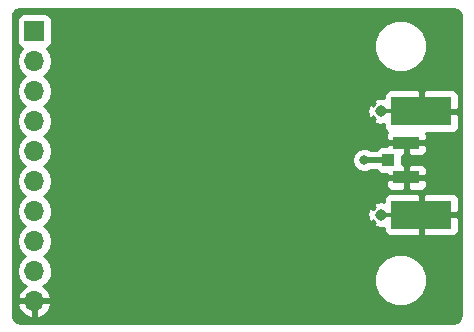
<source format=gbr>
%TF.GenerationSoftware,KiCad,Pcbnew,(5.0.0)*%
%TF.CreationDate,2018-09-19T17:34:28+03:00*%
%TF.ProjectId,lora1276Breakout,6C6F726131323736427265616B6F7574,1.0*%
%TF.SameCoordinates,Original*%
%TF.FileFunction,Copper,L2,Bot,Signal*%
%TF.FilePolarity,Positive*%
%FSLAX46Y46*%
G04 Gerber Fmt 4.6, Leading zero omitted, Abs format (unit mm)*
G04 Created by KiCad (PCBNEW (5.0.0)) date 09/19/18 17:34:28*
%MOMM*%
%LPD*%
G01*
G04 APERTURE LIST*
%ADD10R,5.080000X2.420000*%
%ADD11C,0.970000*%
%ADD12R,0.950000X0.460000*%
%ADD13R,1.700000X1.700000*%
%ADD14O,1.700000X1.700000*%
%ADD15R,2.200000X1.050000*%
%ADD16R,1.050000X1.000000*%
%ADD17C,0.800000*%
%ADD18C,0.500000*%
%ADD19C,0.254000*%
G04 APERTURE END LIST*
D10*
X175006000Y-98106000D03*
X175006000Y-89346000D03*
D11*
X171566000Y-98106000D03*
X171566000Y-89346000D03*
D12*
X172016000Y-98106000D03*
X172016000Y-89346000D03*
D13*
X142240000Y-82550000D03*
D14*
X142240000Y-85090000D03*
X142240000Y-87630000D03*
X142240000Y-90170000D03*
X142240000Y-92710000D03*
X142240000Y-95250000D03*
X142240000Y-97790000D03*
X142240000Y-100330000D03*
X142240000Y-102870000D03*
X142240000Y-105410000D03*
D15*
X173737000Y-91997000D03*
D16*
X172212000Y-93472000D03*
D15*
X173737000Y-94947000D03*
D17*
X148590000Y-85090000D03*
X171566000Y-89346000D03*
X171566000Y-98106000D03*
X168656000Y-88900000D03*
X170180000Y-93472000D03*
D18*
X170180000Y-93472000D02*
X172212000Y-93472000D01*
D19*
G36*
X177987787Y-80764065D02*
X178152920Y-80859405D01*
X178275488Y-81005477D01*
X178351555Y-81214465D01*
X178360000Y-81310996D01*
X178360001Y-105340074D01*
X178360000Y-106617880D01*
X178315935Y-106867787D01*
X178220596Y-107032919D01*
X178074524Y-107155488D01*
X177865532Y-107231555D01*
X177769004Y-107240000D01*
X141032119Y-107240000D01*
X140782213Y-107195935D01*
X140617081Y-107100596D01*
X140494512Y-106954524D01*
X140418445Y-106745532D01*
X140410000Y-106649004D01*
X140410000Y-105766890D01*
X140798524Y-105766890D01*
X140968355Y-106176924D01*
X141358642Y-106605183D01*
X141883108Y-106851486D01*
X142113000Y-106730819D01*
X142113000Y-105537000D01*
X142367000Y-105537000D01*
X142367000Y-106730819D01*
X142596892Y-106851486D01*
X143121358Y-106605183D01*
X143511645Y-106176924D01*
X143681476Y-105766890D01*
X143560155Y-105537000D01*
X142367000Y-105537000D01*
X142113000Y-105537000D01*
X140919845Y-105537000D01*
X140798524Y-105766890D01*
X140410000Y-105766890D01*
X140410000Y-85090000D01*
X140725908Y-85090000D01*
X140841161Y-85669418D01*
X141169375Y-86160625D01*
X141467761Y-86360000D01*
X141169375Y-86559375D01*
X140841161Y-87050582D01*
X140725908Y-87630000D01*
X140841161Y-88209418D01*
X141169375Y-88700625D01*
X141467761Y-88900000D01*
X141169375Y-89099375D01*
X140841161Y-89590582D01*
X140725908Y-90170000D01*
X140841161Y-90749418D01*
X141169375Y-91240625D01*
X141467761Y-91440000D01*
X141169375Y-91639375D01*
X140841161Y-92130582D01*
X140725908Y-92710000D01*
X140841161Y-93289418D01*
X141169375Y-93780625D01*
X141467761Y-93980000D01*
X141169375Y-94179375D01*
X140841161Y-94670582D01*
X140725908Y-95250000D01*
X140841161Y-95829418D01*
X141169375Y-96320625D01*
X141467761Y-96520000D01*
X141169375Y-96719375D01*
X140841161Y-97210582D01*
X140725908Y-97790000D01*
X140841161Y-98369418D01*
X141169375Y-98860625D01*
X141467761Y-99060000D01*
X141169375Y-99259375D01*
X140841161Y-99750582D01*
X140725908Y-100330000D01*
X140841161Y-100909418D01*
X141169375Y-101400625D01*
X141467761Y-101600000D01*
X141169375Y-101799375D01*
X140841161Y-102290582D01*
X140725908Y-102870000D01*
X140841161Y-103449418D01*
X141169375Y-103940625D01*
X141488478Y-104153843D01*
X141358642Y-104214817D01*
X140968355Y-104643076D01*
X140798524Y-105053110D01*
X140919845Y-105283000D01*
X142113000Y-105283000D01*
X142113000Y-105263000D01*
X142367000Y-105263000D01*
X142367000Y-105283000D01*
X143560155Y-105283000D01*
X143681476Y-105053110D01*
X143511645Y-104643076D01*
X143121358Y-104214817D01*
X142991522Y-104153843D01*
X143310625Y-103940625D01*
X143638839Y-103449418D01*
X143690951Y-103187431D01*
X170993000Y-103187431D01*
X170993000Y-104076569D01*
X171333259Y-104898026D01*
X171961974Y-105526741D01*
X172783431Y-105867000D01*
X173672569Y-105867000D01*
X174494026Y-105526741D01*
X175122741Y-104898026D01*
X175463000Y-104076569D01*
X175463000Y-103187431D01*
X175122741Y-102365974D01*
X174494026Y-101737259D01*
X173672569Y-101397000D01*
X172783431Y-101397000D01*
X171961974Y-101737259D01*
X171333259Y-102365974D01*
X170993000Y-103187431D01*
X143690951Y-103187431D01*
X143754092Y-102870000D01*
X143638839Y-102290582D01*
X143310625Y-101799375D01*
X143012239Y-101600000D01*
X143310625Y-101400625D01*
X143638839Y-100909418D01*
X143754092Y-100330000D01*
X143638839Y-99750582D01*
X143310625Y-99259375D01*
X143012239Y-99060000D01*
X143310625Y-98860625D01*
X143638839Y-98369418D01*
X143719369Y-97964564D01*
X170432851Y-97964564D01*
X170464982Y-98408968D01*
X170573232Y-98670308D01*
X170786800Y-98705595D01*
X170942344Y-98550051D01*
X171002673Y-98695699D01*
X171079290Y-98772315D01*
X170966405Y-98885200D01*
X171001692Y-99098768D01*
X171424564Y-99239149D01*
X171831000Y-99209763D01*
X171831000Y-99442310D01*
X171927673Y-99675699D01*
X172106302Y-99854327D01*
X172339691Y-99951000D01*
X174720250Y-99951000D01*
X174879000Y-99792250D01*
X174879000Y-98233000D01*
X175133000Y-98233000D01*
X175133000Y-99792250D01*
X175291750Y-99951000D01*
X177672309Y-99951000D01*
X177905698Y-99854327D01*
X178084327Y-99675699D01*
X178181000Y-99442310D01*
X178181000Y-98391750D01*
X178022250Y-98233000D01*
X175133000Y-98233000D01*
X174879000Y-98233000D01*
X174859000Y-98233000D01*
X174859000Y-97979000D01*
X174879000Y-97979000D01*
X174879000Y-96419750D01*
X175133000Y-96419750D01*
X175133000Y-97979000D01*
X178022250Y-97979000D01*
X178181000Y-97820250D01*
X178181000Y-96769690D01*
X178084327Y-96536301D01*
X177905698Y-96357673D01*
X177672309Y-96261000D01*
X175291750Y-96261000D01*
X175133000Y-96419750D01*
X174879000Y-96419750D01*
X174720250Y-96261000D01*
X172339691Y-96261000D01*
X172106302Y-96357673D01*
X171927673Y-96536301D01*
X171831000Y-96769690D01*
X171831000Y-97013871D01*
X171707436Y-96972851D01*
X171263032Y-97004982D01*
X171001692Y-97113232D01*
X170966405Y-97326800D01*
X171079290Y-97439685D01*
X171002673Y-97516301D01*
X170942344Y-97661949D01*
X170786800Y-97506405D01*
X170573232Y-97541692D01*
X170432851Y-97964564D01*
X143719369Y-97964564D01*
X143754092Y-97790000D01*
X143638839Y-97210582D01*
X143310625Y-96719375D01*
X143012239Y-96520000D01*
X143310625Y-96320625D01*
X143638839Y-95829418D01*
X143754092Y-95250000D01*
X143750661Y-95232750D01*
X172002000Y-95232750D01*
X172002000Y-95598310D01*
X172098673Y-95831699D01*
X172277302Y-96010327D01*
X172510691Y-96107000D01*
X173451250Y-96107000D01*
X173610000Y-95948250D01*
X173610000Y-95074000D01*
X173864000Y-95074000D01*
X173864000Y-95948250D01*
X174022750Y-96107000D01*
X174963309Y-96107000D01*
X175196698Y-96010327D01*
X175375327Y-95831699D01*
X175472000Y-95598310D01*
X175472000Y-95232750D01*
X175313250Y-95074000D01*
X173864000Y-95074000D01*
X173610000Y-95074000D01*
X172160750Y-95074000D01*
X172002000Y-95232750D01*
X143750661Y-95232750D01*
X143638839Y-94670582D01*
X143310625Y-94179375D01*
X143012239Y-93980000D01*
X143310625Y-93780625D01*
X143638839Y-93289418D01*
X143643472Y-93266126D01*
X169145000Y-93266126D01*
X169145000Y-93677874D01*
X169302569Y-94058280D01*
X169593720Y-94349431D01*
X169974126Y-94507000D01*
X170385874Y-94507000D01*
X170748007Y-94357000D01*
X171180541Y-94357000D01*
X171229191Y-94429809D01*
X171439235Y-94570157D01*
X171687000Y-94619440D01*
X172002000Y-94619440D01*
X172002000Y-94661250D01*
X172160750Y-94820000D01*
X173610000Y-94820000D01*
X173610000Y-93945750D01*
X173864000Y-93945750D01*
X173864000Y-94820000D01*
X175313250Y-94820000D01*
X175472000Y-94661250D01*
X175472000Y-94295690D01*
X175375327Y-94062301D01*
X175196698Y-93883673D01*
X174963309Y-93787000D01*
X174022750Y-93787000D01*
X173864000Y-93945750D01*
X173610000Y-93945750D01*
X173451250Y-93787000D01*
X173384440Y-93787000D01*
X173384440Y-93157000D01*
X173451250Y-93157000D01*
X173610000Y-92998250D01*
X173610000Y-92124000D01*
X173864000Y-92124000D01*
X173864000Y-92998250D01*
X174022750Y-93157000D01*
X174963309Y-93157000D01*
X175196698Y-93060327D01*
X175375327Y-92881699D01*
X175472000Y-92648310D01*
X175472000Y-92282750D01*
X175313250Y-92124000D01*
X173864000Y-92124000D01*
X173610000Y-92124000D01*
X172160750Y-92124000D01*
X172002000Y-92282750D01*
X172002000Y-92324560D01*
X171687000Y-92324560D01*
X171439235Y-92373843D01*
X171229191Y-92514191D01*
X171180541Y-92587000D01*
X170748007Y-92587000D01*
X170385874Y-92437000D01*
X169974126Y-92437000D01*
X169593720Y-92594569D01*
X169302569Y-92885720D01*
X169145000Y-93266126D01*
X143643472Y-93266126D01*
X143754092Y-92710000D01*
X143638839Y-92130582D01*
X143310625Y-91639375D01*
X143012239Y-91440000D01*
X143310625Y-91240625D01*
X143638839Y-90749418D01*
X143754092Y-90170000D01*
X143638839Y-89590582D01*
X143380911Y-89204564D01*
X170432851Y-89204564D01*
X170464982Y-89648968D01*
X170573232Y-89910308D01*
X170786800Y-89945595D01*
X170942344Y-89790051D01*
X171002673Y-89935699D01*
X171079290Y-90012315D01*
X170966405Y-90125200D01*
X171001692Y-90338768D01*
X171424564Y-90479149D01*
X171831000Y-90449763D01*
X171831000Y-90682310D01*
X171927673Y-90915699D01*
X172106302Y-91094327D01*
X172113617Y-91097357D01*
X172098673Y-91112301D01*
X172002000Y-91345690D01*
X172002000Y-91711250D01*
X172160750Y-91870000D01*
X173610000Y-91870000D01*
X173610000Y-91850000D01*
X173864000Y-91850000D01*
X173864000Y-91870000D01*
X175313250Y-91870000D01*
X175472000Y-91711250D01*
X175472000Y-91345690D01*
X175407925Y-91191000D01*
X177672309Y-91191000D01*
X177905698Y-91094327D01*
X178084327Y-90915699D01*
X178181000Y-90682310D01*
X178181000Y-89631750D01*
X178022250Y-89473000D01*
X175133000Y-89473000D01*
X175133000Y-89493000D01*
X174879000Y-89493000D01*
X174879000Y-89473000D01*
X174859000Y-89473000D01*
X174859000Y-89219000D01*
X174879000Y-89219000D01*
X174879000Y-87659750D01*
X175133000Y-87659750D01*
X175133000Y-89219000D01*
X178022250Y-89219000D01*
X178181000Y-89060250D01*
X178181000Y-88009690D01*
X178084327Y-87776301D01*
X177905698Y-87597673D01*
X177672309Y-87501000D01*
X175291750Y-87501000D01*
X175133000Y-87659750D01*
X174879000Y-87659750D01*
X174720250Y-87501000D01*
X172339691Y-87501000D01*
X172106302Y-87597673D01*
X171927673Y-87776301D01*
X171831000Y-88009690D01*
X171831000Y-88253871D01*
X171707436Y-88212851D01*
X171263032Y-88244982D01*
X171001692Y-88353232D01*
X170966405Y-88566800D01*
X171079290Y-88679685D01*
X171002673Y-88756301D01*
X170942344Y-88901949D01*
X170786800Y-88746405D01*
X170573232Y-88781692D01*
X170432851Y-89204564D01*
X143380911Y-89204564D01*
X143310625Y-89099375D01*
X143012239Y-88900000D01*
X143310625Y-88700625D01*
X143638839Y-88209418D01*
X143754092Y-87630000D01*
X143638839Y-87050582D01*
X143310625Y-86559375D01*
X143012239Y-86360000D01*
X143310625Y-86160625D01*
X143638839Y-85669418D01*
X143754092Y-85090000D01*
X143638839Y-84510582D01*
X143310625Y-84019375D01*
X143292381Y-84007184D01*
X143337765Y-83998157D01*
X143547809Y-83857809D01*
X143688157Y-83647765D01*
X143737440Y-83400000D01*
X143737440Y-83375431D01*
X170993000Y-83375431D01*
X170993000Y-84264569D01*
X171333259Y-85086026D01*
X171961974Y-85714741D01*
X172783431Y-86055000D01*
X173672569Y-86055000D01*
X174494026Y-85714741D01*
X175122741Y-85086026D01*
X175463000Y-84264569D01*
X175463000Y-83375431D01*
X175122741Y-82553974D01*
X174494026Y-81925259D01*
X173672569Y-81585000D01*
X172783431Y-81585000D01*
X171961974Y-81925259D01*
X171333259Y-82553974D01*
X170993000Y-83375431D01*
X143737440Y-83375431D01*
X143737440Y-81700000D01*
X143688157Y-81452235D01*
X143547809Y-81242191D01*
X143337765Y-81101843D01*
X143090000Y-81052560D01*
X141390000Y-81052560D01*
X141142235Y-81101843D01*
X140932191Y-81242191D01*
X140791843Y-81452235D01*
X140742560Y-81700000D01*
X140742560Y-83400000D01*
X140791843Y-83647765D01*
X140932191Y-83857809D01*
X141142235Y-83998157D01*
X141187619Y-84007184D01*
X141169375Y-84019375D01*
X140841161Y-84510582D01*
X140725908Y-85090000D01*
X140410000Y-85090000D01*
X140410000Y-81342119D01*
X140454065Y-81092213D01*
X140549405Y-80927080D01*
X140695477Y-80804512D01*
X140904465Y-80728445D01*
X141000996Y-80720000D01*
X177737881Y-80720000D01*
X177987787Y-80764065D01*
X177987787Y-80764065D01*
G37*
X177987787Y-80764065D02*
X178152920Y-80859405D01*
X178275488Y-81005477D01*
X178351555Y-81214465D01*
X178360000Y-81310996D01*
X178360001Y-105340074D01*
X178360000Y-106617880D01*
X178315935Y-106867787D01*
X178220596Y-107032919D01*
X178074524Y-107155488D01*
X177865532Y-107231555D01*
X177769004Y-107240000D01*
X141032119Y-107240000D01*
X140782213Y-107195935D01*
X140617081Y-107100596D01*
X140494512Y-106954524D01*
X140418445Y-106745532D01*
X140410000Y-106649004D01*
X140410000Y-105766890D01*
X140798524Y-105766890D01*
X140968355Y-106176924D01*
X141358642Y-106605183D01*
X141883108Y-106851486D01*
X142113000Y-106730819D01*
X142113000Y-105537000D01*
X142367000Y-105537000D01*
X142367000Y-106730819D01*
X142596892Y-106851486D01*
X143121358Y-106605183D01*
X143511645Y-106176924D01*
X143681476Y-105766890D01*
X143560155Y-105537000D01*
X142367000Y-105537000D01*
X142113000Y-105537000D01*
X140919845Y-105537000D01*
X140798524Y-105766890D01*
X140410000Y-105766890D01*
X140410000Y-85090000D01*
X140725908Y-85090000D01*
X140841161Y-85669418D01*
X141169375Y-86160625D01*
X141467761Y-86360000D01*
X141169375Y-86559375D01*
X140841161Y-87050582D01*
X140725908Y-87630000D01*
X140841161Y-88209418D01*
X141169375Y-88700625D01*
X141467761Y-88900000D01*
X141169375Y-89099375D01*
X140841161Y-89590582D01*
X140725908Y-90170000D01*
X140841161Y-90749418D01*
X141169375Y-91240625D01*
X141467761Y-91440000D01*
X141169375Y-91639375D01*
X140841161Y-92130582D01*
X140725908Y-92710000D01*
X140841161Y-93289418D01*
X141169375Y-93780625D01*
X141467761Y-93980000D01*
X141169375Y-94179375D01*
X140841161Y-94670582D01*
X140725908Y-95250000D01*
X140841161Y-95829418D01*
X141169375Y-96320625D01*
X141467761Y-96520000D01*
X141169375Y-96719375D01*
X140841161Y-97210582D01*
X140725908Y-97790000D01*
X140841161Y-98369418D01*
X141169375Y-98860625D01*
X141467761Y-99060000D01*
X141169375Y-99259375D01*
X140841161Y-99750582D01*
X140725908Y-100330000D01*
X140841161Y-100909418D01*
X141169375Y-101400625D01*
X141467761Y-101600000D01*
X141169375Y-101799375D01*
X140841161Y-102290582D01*
X140725908Y-102870000D01*
X140841161Y-103449418D01*
X141169375Y-103940625D01*
X141488478Y-104153843D01*
X141358642Y-104214817D01*
X140968355Y-104643076D01*
X140798524Y-105053110D01*
X140919845Y-105283000D01*
X142113000Y-105283000D01*
X142113000Y-105263000D01*
X142367000Y-105263000D01*
X142367000Y-105283000D01*
X143560155Y-105283000D01*
X143681476Y-105053110D01*
X143511645Y-104643076D01*
X143121358Y-104214817D01*
X142991522Y-104153843D01*
X143310625Y-103940625D01*
X143638839Y-103449418D01*
X143690951Y-103187431D01*
X170993000Y-103187431D01*
X170993000Y-104076569D01*
X171333259Y-104898026D01*
X171961974Y-105526741D01*
X172783431Y-105867000D01*
X173672569Y-105867000D01*
X174494026Y-105526741D01*
X175122741Y-104898026D01*
X175463000Y-104076569D01*
X175463000Y-103187431D01*
X175122741Y-102365974D01*
X174494026Y-101737259D01*
X173672569Y-101397000D01*
X172783431Y-101397000D01*
X171961974Y-101737259D01*
X171333259Y-102365974D01*
X170993000Y-103187431D01*
X143690951Y-103187431D01*
X143754092Y-102870000D01*
X143638839Y-102290582D01*
X143310625Y-101799375D01*
X143012239Y-101600000D01*
X143310625Y-101400625D01*
X143638839Y-100909418D01*
X143754092Y-100330000D01*
X143638839Y-99750582D01*
X143310625Y-99259375D01*
X143012239Y-99060000D01*
X143310625Y-98860625D01*
X143638839Y-98369418D01*
X143719369Y-97964564D01*
X170432851Y-97964564D01*
X170464982Y-98408968D01*
X170573232Y-98670308D01*
X170786800Y-98705595D01*
X170942344Y-98550051D01*
X171002673Y-98695699D01*
X171079290Y-98772315D01*
X170966405Y-98885200D01*
X171001692Y-99098768D01*
X171424564Y-99239149D01*
X171831000Y-99209763D01*
X171831000Y-99442310D01*
X171927673Y-99675699D01*
X172106302Y-99854327D01*
X172339691Y-99951000D01*
X174720250Y-99951000D01*
X174879000Y-99792250D01*
X174879000Y-98233000D01*
X175133000Y-98233000D01*
X175133000Y-99792250D01*
X175291750Y-99951000D01*
X177672309Y-99951000D01*
X177905698Y-99854327D01*
X178084327Y-99675699D01*
X178181000Y-99442310D01*
X178181000Y-98391750D01*
X178022250Y-98233000D01*
X175133000Y-98233000D01*
X174879000Y-98233000D01*
X174859000Y-98233000D01*
X174859000Y-97979000D01*
X174879000Y-97979000D01*
X174879000Y-96419750D01*
X175133000Y-96419750D01*
X175133000Y-97979000D01*
X178022250Y-97979000D01*
X178181000Y-97820250D01*
X178181000Y-96769690D01*
X178084327Y-96536301D01*
X177905698Y-96357673D01*
X177672309Y-96261000D01*
X175291750Y-96261000D01*
X175133000Y-96419750D01*
X174879000Y-96419750D01*
X174720250Y-96261000D01*
X172339691Y-96261000D01*
X172106302Y-96357673D01*
X171927673Y-96536301D01*
X171831000Y-96769690D01*
X171831000Y-97013871D01*
X171707436Y-96972851D01*
X171263032Y-97004982D01*
X171001692Y-97113232D01*
X170966405Y-97326800D01*
X171079290Y-97439685D01*
X171002673Y-97516301D01*
X170942344Y-97661949D01*
X170786800Y-97506405D01*
X170573232Y-97541692D01*
X170432851Y-97964564D01*
X143719369Y-97964564D01*
X143754092Y-97790000D01*
X143638839Y-97210582D01*
X143310625Y-96719375D01*
X143012239Y-96520000D01*
X143310625Y-96320625D01*
X143638839Y-95829418D01*
X143754092Y-95250000D01*
X143750661Y-95232750D01*
X172002000Y-95232750D01*
X172002000Y-95598310D01*
X172098673Y-95831699D01*
X172277302Y-96010327D01*
X172510691Y-96107000D01*
X173451250Y-96107000D01*
X173610000Y-95948250D01*
X173610000Y-95074000D01*
X173864000Y-95074000D01*
X173864000Y-95948250D01*
X174022750Y-96107000D01*
X174963309Y-96107000D01*
X175196698Y-96010327D01*
X175375327Y-95831699D01*
X175472000Y-95598310D01*
X175472000Y-95232750D01*
X175313250Y-95074000D01*
X173864000Y-95074000D01*
X173610000Y-95074000D01*
X172160750Y-95074000D01*
X172002000Y-95232750D01*
X143750661Y-95232750D01*
X143638839Y-94670582D01*
X143310625Y-94179375D01*
X143012239Y-93980000D01*
X143310625Y-93780625D01*
X143638839Y-93289418D01*
X143643472Y-93266126D01*
X169145000Y-93266126D01*
X169145000Y-93677874D01*
X169302569Y-94058280D01*
X169593720Y-94349431D01*
X169974126Y-94507000D01*
X170385874Y-94507000D01*
X170748007Y-94357000D01*
X171180541Y-94357000D01*
X171229191Y-94429809D01*
X171439235Y-94570157D01*
X171687000Y-94619440D01*
X172002000Y-94619440D01*
X172002000Y-94661250D01*
X172160750Y-94820000D01*
X173610000Y-94820000D01*
X173610000Y-93945750D01*
X173864000Y-93945750D01*
X173864000Y-94820000D01*
X175313250Y-94820000D01*
X175472000Y-94661250D01*
X175472000Y-94295690D01*
X175375327Y-94062301D01*
X175196698Y-93883673D01*
X174963309Y-93787000D01*
X174022750Y-93787000D01*
X173864000Y-93945750D01*
X173610000Y-93945750D01*
X173451250Y-93787000D01*
X173384440Y-93787000D01*
X173384440Y-93157000D01*
X173451250Y-93157000D01*
X173610000Y-92998250D01*
X173610000Y-92124000D01*
X173864000Y-92124000D01*
X173864000Y-92998250D01*
X174022750Y-93157000D01*
X174963309Y-93157000D01*
X175196698Y-93060327D01*
X175375327Y-92881699D01*
X175472000Y-92648310D01*
X175472000Y-92282750D01*
X175313250Y-92124000D01*
X173864000Y-92124000D01*
X173610000Y-92124000D01*
X172160750Y-92124000D01*
X172002000Y-92282750D01*
X172002000Y-92324560D01*
X171687000Y-92324560D01*
X171439235Y-92373843D01*
X171229191Y-92514191D01*
X171180541Y-92587000D01*
X170748007Y-92587000D01*
X170385874Y-92437000D01*
X169974126Y-92437000D01*
X169593720Y-92594569D01*
X169302569Y-92885720D01*
X169145000Y-93266126D01*
X143643472Y-93266126D01*
X143754092Y-92710000D01*
X143638839Y-92130582D01*
X143310625Y-91639375D01*
X143012239Y-91440000D01*
X143310625Y-91240625D01*
X143638839Y-90749418D01*
X143754092Y-90170000D01*
X143638839Y-89590582D01*
X143380911Y-89204564D01*
X170432851Y-89204564D01*
X170464982Y-89648968D01*
X170573232Y-89910308D01*
X170786800Y-89945595D01*
X170942344Y-89790051D01*
X171002673Y-89935699D01*
X171079290Y-90012315D01*
X170966405Y-90125200D01*
X171001692Y-90338768D01*
X171424564Y-90479149D01*
X171831000Y-90449763D01*
X171831000Y-90682310D01*
X171927673Y-90915699D01*
X172106302Y-91094327D01*
X172113617Y-91097357D01*
X172098673Y-91112301D01*
X172002000Y-91345690D01*
X172002000Y-91711250D01*
X172160750Y-91870000D01*
X173610000Y-91870000D01*
X173610000Y-91850000D01*
X173864000Y-91850000D01*
X173864000Y-91870000D01*
X175313250Y-91870000D01*
X175472000Y-91711250D01*
X175472000Y-91345690D01*
X175407925Y-91191000D01*
X177672309Y-91191000D01*
X177905698Y-91094327D01*
X178084327Y-90915699D01*
X178181000Y-90682310D01*
X178181000Y-89631750D01*
X178022250Y-89473000D01*
X175133000Y-89473000D01*
X175133000Y-89493000D01*
X174879000Y-89493000D01*
X174879000Y-89473000D01*
X174859000Y-89473000D01*
X174859000Y-89219000D01*
X174879000Y-89219000D01*
X174879000Y-87659750D01*
X175133000Y-87659750D01*
X175133000Y-89219000D01*
X178022250Y-89219000D01*
X178181000Y-89060250D01*
X178181000Y-88009690D01*
X178084327Y-87776301D01*
X177905698Y-87597673D01*
X177672309Y-87501000D01*
X175291750Y-87501000D01*
X175133000Y-87659750D01*
X174879000Y-87659750D01*
X174720250Y-87501000D01*
X172339691Y-87501000D01*
X172106302Y-87597673D01*
X171927673Y-87776301D01*
X171831000Y-88009690D01*
X171831000Y-88253871D01*
X171707436Y-88212851D01*
X171263032Y-88244982D01*
X171001692Y-88353232D01*
X170966405Y-88566800D01*
X171079290Y-88679685D01*
X171002673Y-88756301D01*
X170942344Y-88901949D01*
X170786800Y-88746405D01*
X170573232Y-88781692D01*
X170432851Y-89204564D01*
X143380911Y-89204564D01*
X143310625Y-89099375D01*
X143012239Y-88900000D01*
X143310625Y-88700625D01*
X143638839Y-88209418D01*
X143754092Y-87630000D01*
X143638839Y-87050582D01*
X143310625Y-86559375D01*
X143012239Y-86360000D01*
X143310625Y-86160625D01*
X143638839Y-85669418D01*
X143754092Y-85090000D01*
X143638839Y-84510582D01*
X143310625Y-84019375D01*
X143292381Y-84007184D01*
X143337765Y-83998157D01*
X143547809Y-83857809D01*
X143688157Y-83647765D01*
X143737440Y-83400000D01*
X143737440Y-83375431D01*
X170993000Y-83375431D01*
X170993000Y-84264569D01*
X171333259Y-85086026D01*
X171961974Y-85714741D01*
X172783431Y-86055000D01*
X173672569Y-86055000D01*
X174494026Y-85714741D01*
X175122741Y-85086026D01*
X175463000Y-84264569D01*
X175463000Y-83375431D01*
X175122741Y-82553974D01*
X174494026Y-81925259D01*
X173672569Y-81585000D01*
X172783431Y-81585000D01*
X171961974Y-81925259D01*
X171333259Y-82553974D01*
X170993000Y-83375431D01*
X143737440Y-83375431D01*
X143737440Y-81700000D01*
X143688157Y-81452235D01*
X143547809Y-81242191D01*
X143337765Y-81101843D01*
X143090000Y-81052560D01*
X141390000Y-81052560D01*
X141142235Y-81101843D01*
X140932191Y-81242191D01*
X140791843Y-81452235D01*
X140742560Y-81700000D01*
X140742560Y-83400000D01*
X140791843Y-83647765D01*
X140932191Y-83857809D01*
X141142235Y-83998157D01*
X141187619Y-84007184D01*
X141169375Y-84019375D01*
X140841161Y-84510582D01*
X140725908Y-85090000D01*
X140410000Y-85090000D01*
X140410000Y-81342119D01*
X140454065Y-81092213D01*
X140549405Y-80927080D01*
X140695477Y-80804512D01*
X140904465Y-80728445D01*
X141000996Y-80720000D01*
X177737881Y-80720000D01*
X177987787Y-80764065D01*
M02*

</source>
